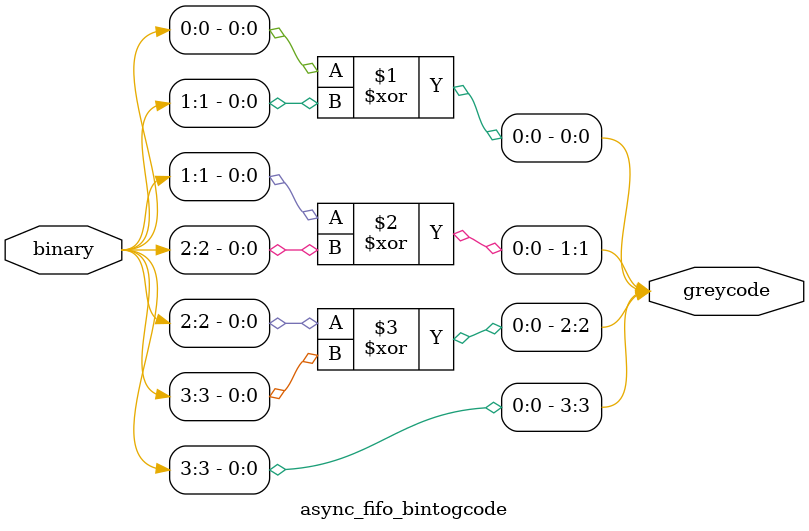
<source format=sv>


module async_fifo_bintogcode
  #(
    parameter SIGNAL_WIDTH = 4
    )
  (
   input logic [SIGNAL_WIDTH-1:0]  binary,
   output logic [SIGNAL_WIDTH-1:0] greycode
   );

  assign greycode[SIGNAL_WIDTH-1] = binary[SIGNAL_WIDTH-1];

  genvar 			   i;
  
  generate
    for(i = 0; i < SIGNAL_WIDTH-1; i++) begin      
      assign greycode[i] = binary[i] ^ binary[i+1];
    end
  endgenerate

endmodule

</source>
